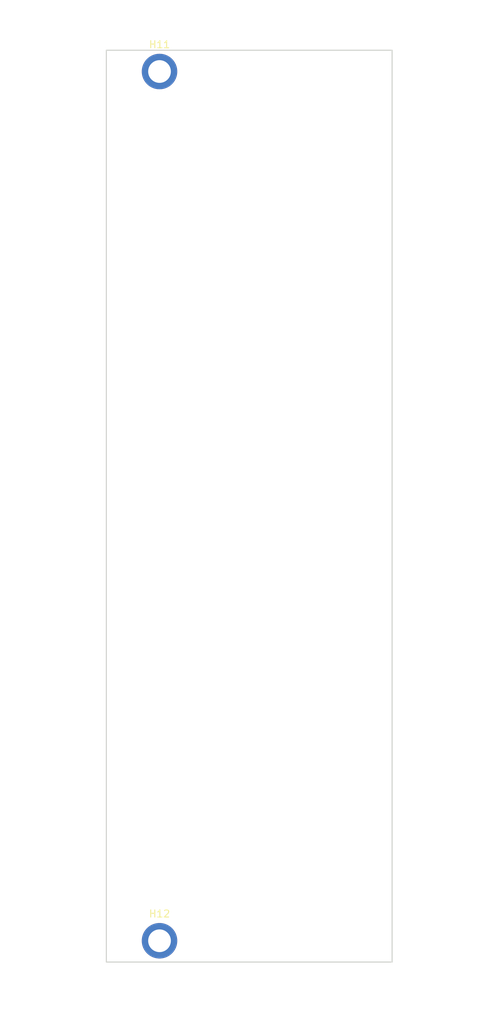
<source format=kicad_pcb>
(kicad_pcb (version 20171130) (host pcbnew 5.1.10)

  (general
    (thickness 1.6)
    (drawings 16)
    (tracks 0)
    (zones 0)
    (modules 12)
    (nets 1)
  )

  (page A4)
  (title_block
    (title "(title)")
    (comment 1 "PCB for panel")
    (comment 2 "(description)")
    (comment 4 "License CC BY 4.0 - Attribution 4.0 International")
  )

  (layers
    (0 F.Cu signal)
    (31 B.Cu signal)
    (32 B.Adhes user)
    (33 F.Adhes user)
    (34 B.Paste user)
    (35 F.Paste user)
    (36 B.SilkS user)
    (37 F.SilkS user)
    (38 B.Mask user)
    (39 F.Mask user)
    (40 Dwgs.User user)
    (41 Cmts.User user)
    (42 Eco1.User user)
    (43 Eco2.User user)
    (44 Edge.Cuts user)
    (45 Margin user)
    (46 B.CrtYd user)
    (47 F.CrtYd user)
    (48 B.Fab user)
    (49 F.Fab user)
  )

  (setup
    (last_trace_width 0.25)
    (trace_clearance 0.2)
    (zone_clearance 0.508)
    (zone_45_only no)
    (trace_min 0.2)
    (via_size 0.8)
    (via_drill 0.4)
    (via_min_size 0.4)
    (via_min_drill 0.3)
    (uvia_size 0.3)
    (uvia_drill 0.1)
    (uvias_allowed no)
    (uvia_min_size 0.2)
    (uvia_min_drill 0.1)
    (edge_width 0.05)
    (segment_width 0.2)
    (pcb_text_width 0.3)
    (pcb_text_size 1.5 1.5)
    (mod_edge_width 0.12)
    (mod_text_size 1 1)
    (mod_text_width 0.15)
    (pad_size 1.524 1.524)
    (pad_drill 0.762)
    (pad_to_mask_clearance 0)
    (aux_axis_origin 0 0)
    (visible_elements FFFFFF7F)
    (pcbplotparams
      (layerselection 0x010fc_ffffffff)
      (usegerberextensions false)
      (usegerberattributes true)
      (usegerberadvancedattributes true)
      (creategerberjobfile true)
      (excludeedgelayer true)
      (linewidth 0.100000)
      (plotframeref false)
      (viasonmask false)
      (mode 1)
      (useauxorigin false)
      (hpglpennumber 1)
      (hpglpenspeed 20)
      (hpglpendiameter 15.000000)
      (psnegative false)
      (psa4output false)
      (plotreference true)
      (plotvalue true)
      (plotinvisibletext false)
      (padsonsilk false)
      (subtractmaskfromsilk false)
      (outputformat 1)
      (mirror false)
      (drillshape 1)
      (scaleselection 1)
      (outputdirectory ""))
  )

  (net 0 "")

  (net_class Default "This is the default net class."
    (clearance 0.2)
    (trace_width 0.25)
    (via_dia 0.8)
    (via_drill 0.4)
    (uvia_dia 0.3)
    (uvia_drill 0.1)
  )

  (module elektrophon:panel_potentiometer (layer F.Cu) (tedit 60C7789D) (tstamp 61750DF1)
    (at 60.96 137.16)
    (descr "Mounting Hole 8.4mm, no annular, M8")
    (tags "mounting hole 8.4mm no annular m8")
    (path /5E061772)
    (attr virtual)
    (fp_text reference H10 (at 0 -9.4) (layer F.SilkS) hide
      (effects (font (size 1 1) (thickness 0.15)))
    )
    (fp_text value initial (at 0 9.144) (layer F.Mask)
      (effects (font (size 2 1.4) (thickness 0.25)))
    )
    (fp_text user %R (at 0.3 0) (layer F.Fab)
      (effects (font (size 1 1) (thickness 0.15)))
    )
    (fp_circle (center 0 0) (end 6.35 0) (layer Cmts.User) (width 0.15))
    (fp_circle (center 0 0) (end 6.6 0) (layer F.CrtYd) (width 0.05))
    (pad "" np_thru_hole circle (at 0 0) (size 7.4 7.4) (drill 7.4) (layers *.Cu *.Mask))
    (model ${KIPRJMOD}/../../../lib/kicad/models/ALPHA-RD901F-40.step
      (offset (xyz 0 0.5 -12))
      (scale (xyz 1 1 1))
      (rotate (xyz 0 0 0))
    )
  )

  (module elektrophon:panel_potentiometer (layer F.Cu) (tedit 60C7789D) (tstamp 61750DE9)
    (at 81.28 116.84)
    (descr "Mounting Hole 8.4mm, no annular, M8")
    (tags "mounting hole 8.4mm no annular m8")
    (path /5D6AFF0C)
    (attr virtual)
    (fp_text reference H9 (at 0 -9.4) (layer F.SilkS) hide
      (effects (font (size 1 1) (thickness 0.15)))
    )
    (fp_text value Atten (at 0 9.144) (layer F.Mask)
      (effects (font (size 2 1.4) (thickness 0.25)))
    )
    (fp_text user %R (at 0.3 0) (layer F.Fab)
      (effects (font (size 1 1) (thickness 0.15)))
    )
    (fp_circle (center 0 0) (end 6.35 0) (layer Cmts.User) (width 0.15))
    (fp_circle (center 0 0) (end 6.6 0) (layer F.CrtYd) (width 0.05))
    (pad "" np_thru_hole circle (at 0 0) (size 7.4 7.4) (drill 7.4) (layers *.Cu *.Mask))
    (model ${KIPRJMOD}/../../../lib/kicad/models/ALPHA-RD901F-40.step
      (offset (xyz 0 0.5 -12))
      (scale (xyz 1 1 1))
      (rotate (xyz 0 0 0))
    )
  )

  (module elektrophon:panel_potentiometer (layer F.Cu) (tedit 60C7789D) (tstamp 61750DE1)
    (at 81.28 137.16)
    (descr "Mounting Hole 8.4mm, no annular, M8")
    (tags "mounting hole 8.4mm no annular m8")
    (path /5D6AFC22)
    (attr virtual)
    (fp_text reference H8 (at 0 -9.4) (layer F.SilkS) hide
      (effects (font (size 1 1) (thickness 0.15)))
    )
    (fp_text value freq (at 0 9.144) (layer F.Mask)
      (effects (font (size 2 1.4) (thickness 0.25)))
    )
    (fp_text user %R (at 0.3 0) (layer F.Fab)
      (effects (font (size 1 1) (thickness 0.15)))
    )
    (fp_circle (center 0 0) (end 6.35 0) (layer Cmts.User) (width 0.15))
    (fp_circle (center 0 0) (end 6.6 0) (layer F.CrtYd) (width 0.05))
    (pad "" np_thru_hole circle (at 0 0) (size 7.4 7.4) (drill 7.4) (layers *.Cu *.Mask))
    (model ${KIPRJMOD}/../../../lib/kicad/models/ALPHA-RD901F-40.step
      (offset (xyz 0 0.5 -12))
      (scale (xyz 1 1 1))
      (rotate (xyz 0 0 0))
    )
  )

  (module elektrophon:panel_jack (layer F.Cu) (tedit 60C77876) (tstamp 61750DD9)
    (at 81.28 157.48)
    (descr "Mounting Hole 8.4mm, no annular, M8")
    (tags "mounting hole 8.4mm no annular m8")
    (path /5D6B07F8)
    (attr virtual)
    (fp_text reference H7 (at 0 -9.4) (layer F.SilkS) hide
      (effects (font (size 1 1) (thickness 0.15)))
    )
    (fp_text value out (at 0 9.144) (layer F.Mask)
      (effects (font (size 2 1.4) (thickness 0.25)))
    )
    (fp_text user %R (at 0.3 0) (layer F.Fab)
      (effects (font (size 1 1) (thickness 0.15)))
    )
    (fp_circle (center 0 0) (end 4 0) (layer Cmts.User) (width 0.15))
    (fp_circle (center 0 0) (end 4.2 0) (layer F.CrtYd) (width 0.05))
    (pad "" np_thru_hole circle (at 0 0) (size 6.4 6.4) (drill 6.4) (layers *.Cu *.Mask))
    (model "${KIPRJMOD}/../../../lib/kicad/models/PJ301M-12 Thonkiconn v0.2.stp"
      (offset (xyz 0 0.8 -10.5))
      (scale (xyz 1 1 1))
      (rotate (xyz 0 0 0))
    )
  )

  (module elektrophon:panel_potentiometer (layer F.Cu) (tedit 60C7789D) (tstamp 61750DD1)
    (at 81.28 96.52)
    (descr "Mounting Hole 8.4mm, no annular, M8")
    (tags "mounting hole 8.4mm no annular m8")
    (path /5D6B02F1)
    (attr virtual)
    (fp_text reference H6 (at 0 -9.4) (layer F.SilkS) hide
      (effects (font (size 1 1) (thickness 0.15)))
    )
    (fp_text value atten (at 0 9.144) (layer F.Mask)
      (effects (font (size 2 1.4) (thickness 0.25)))
    )
    (fp_text user %R (at 0.3 0) (layer F.Fab)
      (effects (font (size 1 1) (thickness 0.15)))
    )
    (fp_circle (center 0 0) (end 6.35 0) (layer Cmts.User) (width 0.15))
    (fp_circle (center 0 0) (end 6.6 0) (layer F.CrtYd) (width 0.05))
    (pad "" np_thru_hole circle (at 0 0) (size 7.4 7.4) (drill 7.4) (layers *.Cu *.Mask))
    (model ${KIPRJMOD}/../../../lib/kicad/models/ALPHA-RD901F-40.step
      (offset (xyz 0 0.5 -12))
      (scale (xyz 1 1 1))
      (rotate (xyz 0 0 0))
    )
  )

  (module elektrophon:panel_potentiometer (layer F.Cu) (tedit 60C7789D) (tstamp 61750DC9)
    (at 81.28 76.2)
    (descr "Mounting Hole 8.4mm, no annular, M8")
    (tags "mounting hole 8.4mm no annular m8")
    (path /5E05FE9B)
    (attr virtual)
    (fp_text reference H5 (at 0 -9.4) (layer F.SilkS) hide
      (effects (font (size 1 1) (thickness 0.15)))
    )
    (fp_text value Atten (at 0 9.144) (layer F.Mask)
      (effects (font (size 2 1.4) (thickness 0.25)))
    )
    (fp_text user %R (at 0.3 0) (layer F.Fab)
      (effects (font (size 1 1) (thickness 0.15)))
    )
    (fp_circle (center 0 0) (end 6.35 0) (layer Cmts.User) (width 0.15))
    (fp_circle (center 0 0) (end 6.6 0) (layer F.CrtYd) (width 0.05))
    (pad "" np_thru_hole circle (at 0 0) (size 7.4 7.4) (drill 7.4) (layers *.Cu *.Mask))
    (model ${KIPRJMOD}/../../../lib/kicad/models/ALPHA-RD901F-40.step
      (offset (xyz 0 0.5 -12))
      (scale (xyz 1 1 1))
      (rotate (xyz 0 0 0))
    )
  )

  (module elektrophon:panel_jack (layer F.Cu) (tedit 60C77876) (tstamp 61750DC1)
    (at 60.96 116.84)
    (descr "Mounting Hole 8.4mm, no annular, M8")
    (tags "mounting hole 8.4mm no annular m8")
    (path /5E06016B)
    (attr virtual)
    (fp_text reference H4 (at 0 -9.4) (layer F.SilkS) hide
      (effects (font (size 1 1) (thickness 0.15)))
    )
    (fp_text value res (at 0 9.144) (layer F.Mask)
      (effects (font (size 2 1.4) (thickness 0.25)))
    )
    (fp_text user %R (at 0.3 0) (layer F.Fab)
      (effects (font (size 1 1) (thickness 0.15)))
    )
    (fp_circle (center 0 0) (end 4 0) (layer Cmts.User) (width 0.15))
    (fp_circle (center 0 0) (end 4.2 0) (layer F.CrtYd) (width 0.05))
    (pad "" np_thru_hole circle (at 0 0) (size 6.4 6.4) (drill 6.4) (layers *.Cu *.Mask))
    (model "${KIPRJMOD}/../../../lib/kicad/models/PJ301M-12 Thonkiconn v0.2.stp"
      (offset (xyz 0 0.8 -10.5))
      (scale (xyz 1 1 1))
      (rotate (xyz 0 0 0))
    )
  )

  (module elektrophon:panel_jack (layer F.Cu) (tedit 60C77876) (tstamp 61750DB9)
    (at 60.96 157.48)
    (descr "Mounting Hole 8.4mm, no annular, M8")
    (tags "mounting hole 8.4mm no annular m8")
    (path /5E05FC97)
    (attr virtual)
    (fp_text reference H3 (at 0 -9.4) (layer F.SilkS) hide
      (effects (font (size 1 1) (thickness 0.15)))
    )
    (fp_text value in (at 0 9.144) (layer F.Mask)
      (effects (font (size 2 1.4) (thickness 0.25)))
    )
    (fp_text user %R (at 0.3 0) (layer F.Fab)
      (effects (font (size 1 1) (thickness 0.15)))
    )
    (fp_circle (center 0 0) (end 4 0) (layer Cmts.User) (width 0.15))
    (fp_circle (center 0 0) (end 4.2 0) (layer F.CrtYd) (width 0.05))
    (pad "" np_thru_hole circle (at 0 0) (size 6.4 6.4) (drill 6.4) (layers *.Cu *.Mask))
    (model "${KIPRJMOD}/../../../lib/kicad/models/PJ301M-12 Thonkiconn v0.2.stp"
      (offset (xyz 0 0.8 -10.5))
      (scale (xyz 1 1 1))
      (rotate (xyz 0 0 0))
    )
  )

  (module elektrophon:panel_jack (layer F.Cu) (tedit 60C77876) (tstamp 61750DB1)
    (at 60.96 76.2)
    (descr "Mounting Hole 8.4mm, no annular, M8")
    (tags "mounting hole 8.4mm no annular m8")
    (path /5E05F1BE)
    (attr virtual)
    (fp_text reference H2 (at 0 -9.4) (layer F.SilkS) hide
      (effects (font (size 1 1) (thickness 0.15)))
    )
    (fp_text value Envelope (at 0 9.144) (layer F.Mask)
      (effects (font (size 2 1.4) (thickness 0.25)))
    )
    (fp_text user %R (at 0.3 0) (layer F.Fab)
      (effects (font (size 1 1) (thickness 0.15)))
    )
    (fp_circle (center 0 0) (end 4 0) (layer Cmts.User) (width 0.15))
    (fp_circle (center 0 0) (end 4.2 0) (layer F.CrtYd) (width 0.05))
    (pad "" np_thru_hole circle (at 0 0) (size 6.4 6.4) (drill 6.4) (layers *.Cu *.Mask))
    (model "${KIPRJMOD}/../../../lib/kicad/models/PJ301M-12 Thonkiconn v0.2.stp"
      (offset (xyz 0 0.8 -10.5))
      (scale (xyz 1 1 1))
      (rotate (xyz 0 0 0))
    )
  )

  (module elektrophon:panel_jack (layer F.Cu) (tedit 60C77876) (tstamp 61750DA9)
    (at 60.96 96.52)
    (descr "Mounting Hole 8.4mm, no annular, M8")
    (tags "mounting hole 8.4mm no annular m8")
    (path /5E05E354)
    (attr virtual)
    (fp_text reference H1 (at 0 -9.4) (layer F.SilkS) hide
      (effects (font (size 1 1) (thickness 0.15)))
    )
    (fp_text value 1V/OCT (at 0 9.144) (layer F.Mask)
      (effects (font (size 2 1.4) (thickness 0.25)))
    )
    (fp_text user %R (at 0.3 0) (layer F.Fab)
      (effects (font (size 1 1) (thickness 0.15)))
    )
    (fp_circle (center 0 0) (end 4 0) (layer Cmts.User) (width 0.15))
    (fp_circle (center 0 0) (end 4.2 0) (layer F.CrtYd) (width 0.05))
    (pad "" np_thru_hole circle (at 0 0) (size 6.4 6.4) (drill 6.4) (layers *.Cu *.Mask))
    (model "${KIPRJMOD}/../../../lib/kicad/models/PJ301M-12 Thonkiconn v0.2.stp"
      (offset (xyz 0 0.8 -10.5))
      (scale (xyz 1 1 1))
      (rotate (xyz 0 0 0))
    )
  )

  (module elektrophon:MountingHole_Panel_3.2mm_M3 (layer F.Cu) (tedit 60C777D2) (tstamp 6097E813)
    (at 58.3 176.3)
    (descr "Mounting Hole 3.2mm, M3, DIN965")
    (tags "mounting hole 3.2mm m3 din965")
    (path /6097A580)
    (attr virtual)
    (fp_text reference H12 (at 0 -3.8) (layer F.SilkS)
      (effects (font (size 1 1) (thickness 0.15)))
    )
    (fp_text value MountingHole (at 0 3.8) (layer F.Fab)
      (effects (font (size 1 1) (thickness 0.15)))
    )
    (fp_circle (center 0 0) (end 3.05 0) (layer F.CrtYd) (width 0.05))
    (fp_circle (center 0 0) (end 2.8 0) (layer Cmts.User) (width 0.15))
    (fp_text user %R (at 0.3 0) (layer F.Fab)
      (effects (font (size 1 1) (thickness 0.15)))
    )
    (pad 1 connect circle (at 0 0) (size 5 5) (layers B.Cu B.Mask))
    (pad 1 connect circle (at 0 0) (size 5 5) (layers F.Cu F.Mask))
    (pad 1 thru_hole circle (at 0 0) (size 3.6 3.6) (drill 3.2) (layers *.Cu *.Mask))
  )

  (module elektrophon:MountingHole_Panel_3.2mm_M3 (layer F.Cu) (tedit 60C777D2) (tstamp 6097E80B)
    (at 58.3 53.8)
    (descr "Mounting Hole 3.2mm, M3, DIN965")
    (tags "mounting hole 3.2mm m3 din965")
    (path /6097A217)
    (attr virtual)
    (fp_text reference H11 (at 0 -3.8) (layer F.SilkS)
      (effects (font (size 1 1) (thickness 0.15)))
    )
    (fp_text value MountingHole (at 0 3.8) (layer F.Fab)
      (effects (font (size 1 1) (thickness 0.15)))
    )
    (fp_circle (center 0 0) (end 3.05 0) (layer F.CrtYd) (width 0.05))
    (fp_circle (center 0 0) (end 2.8 0) (layer Cmts.User) (width 0.15))
    (fp_text user %R (at 0.3 0) (layer F.Fab)
      (effects (font (size 1 1) (thickness 0.15)))
    )
    (pad 1 connect circle (at 0 0) (size 5 5) (layers B.Cu B.Mask))
    (pad 1 connect circle (at 0 0) (size 5 5) (layers F.Cu F.Mask))
    (pad 1 thru_hole circle (at 0 0) (size 3.6 3.6) (drill 3.2) (layers *.Cu *.Mask))
  )

  (dimension 122.5 (width 0.15) (layer Dwgs.User)
    (gr_text "122.500 mm" (at 39.467 115.05 270) (layer Dwgs.User)
      (effects (font (size 1 1) (thickness 0.15)))
    )
    (feature1 (pts (xy 58.3 176.3) (xy 40.180579 176.3)))
    (feature2 (pts (xy 58.3 53.8) (xy 40.180579 53.8)))
    (crossbar (pts (xy 40.767 53.8) (xy 40.767 176.3)))
    (arrow1a (pts (xy 40.767 176.3) (xy 40.180579 175.173496)))
    (arrow1b (pts (xy 40.767 176.3) (xy 41.353421 175.173496)))
    (arrow2a (pts (xy 40.767 53.8) (xy 40.180579 54.926504)))
    (arrow2b (pts (xy 40.767 53.8) (xy 41.353421 54.926504)))
  )
  (gr_text 2040 (at 73.914 53.8) (layer F.Mask)
    (effects (font (size 3 3) (thickness 0.35)))
  )
  (dimension 21.82 (width 0.15) (layer Dwgs.User)
    (gr_text "21.820 mm" (at 44.42 168.39 270) (layer Dwgs.User)
      (effects (font (size 1 1) (thickness 0.15)))
    )
    (feature1 (pts (xy 50.8 179.3) (xy 45.133579 179.3)))
    (feature2 (pts (xy 50.8 157.48) (xy 45.133579 157.48)))
    (crossbar (pts (xy 45.72 157.48) (xy 45.72 179.3)))
    (arrow1a (pts (xy 45.72 179.3) (xy 45.133579 178.173496)))
    (arrow1b (pts (xy 45.72 179.3) (xy 46.306421 178.173496)))
    (arrow2a (pts (xy 45.72 157.48) (xy 45.133579 158.606504)))
    (arrow2b (pts (xy 45.72 157.48) (xy 46.306421 158.606504)))
  )
  (gr_line (start 50.8 157.48) (end 106.68 157.48) (layer Dwgs.User) (width 0.15) (tstamp 6097E920))
  (gr_line (start 50.8 137.16) (end 106.68 137.16) (layer Dwgs.User) (width 0.15) (tstamp 6097E91D))
  (gr_line (start 50.8 116.84) (end 106.68 116.84) (layer Dwgs.User) (width 0.15) (tstamp 6097E917))
  (gr_line (start 50.8 76.2) (end 106.68 76.2) (layer Dwgs.User) (width 0.15) (tstamp 6097E905))
  (gr_line (start 50.8 96.52) (end 106.68 96.52) (layer Dwgs.User) (width 0.15))
  (gr_line (start 81.28 50.8) (end 81.28 187.96) (layer Dwgs.User) (width 0.15))
  (gr_line (start 60.96 50.8) (end 60.96 187.96) (layer Dwgs.User) (width 0.15))
  (dimension 128.5 (width 0.15) (layer Dwgs.User)
    (gr_text "128.500 mm" (at 97.82 115.05 270) (layer Dwgs.User)
      (effects (font (size 1 1) (thickness 0.15)))
    )
    (feature1 (pts (xy 91.1 179.3) (xy 97.106421 179.3)))
    (feature2 (pts (xy 91.1 50.8) (xy 97.106421 50.8)))
    (crossbar (pts (xy 96.52 50.8) (xy 96.52 179.3)))
    (arrow1a (pts (xy 96.52 179.3) (xy 95.933579 178.173496)))
    (arrow1b (pts (xy 96.52 179.3) (xy 97.106421 178.173496)))
    (arrow2a (pts (xy 96.52 50.8) (xy 95.933579 51.926504)))
    (arrow2b (pts (xy 96.52 50.8) (xy 97.106421 51.926504)))
  )
  (dimension 40.3 (width 0.15) (layer Dwgs.User)
    (gr_text "40.300 mm" (at 70.95 44.42) (layer Dwgs.User)
      (effects (font (size 1 1) (thickness 0.15)))
    )
    (feature1 (pts (xy 91.1 50.8) (xy 91.1 45.133579)))
    (feature2 (pts (xy 50.8 50.8) (xy 50.8 45.133579)))
    (crossbar (pts (xy 50.8 45.72) (xy 91.1 45.72)))
    (arrow1a (pts (xy 91.1 45.72) (xy 89.973496 46.306421)))
    (arrow1b (pts (xy 91.1 45.72) (xy 89.973496 45.133579)))
    (arrow2a (pts (xy 50.8 45.72) (xy 51.926504 46.306421)))
    (arrow2b (pts (xy 50.8 45.72) (xy 51.926504 45.133579)))
  )
  (gr_line (start 50.8 50.8) (end 50.8 179.3) (layer Edge.Cuts) (width 0.15) (tstamp 60977F7D))
  (gr_line (start 91.1 179.3) (end 50.8 179.3) (layer Edge.Cuts) (width 0.15))
  (gr_line (start 91.1 50.8) (end 91.1 179.3) (layer Edge.Cuts) (width 0.15))
  (gr_line (start 50.8 50.8) (end 91.1 50.8) (layer Edge.Cuts) (width 0.15))

)

</source>
